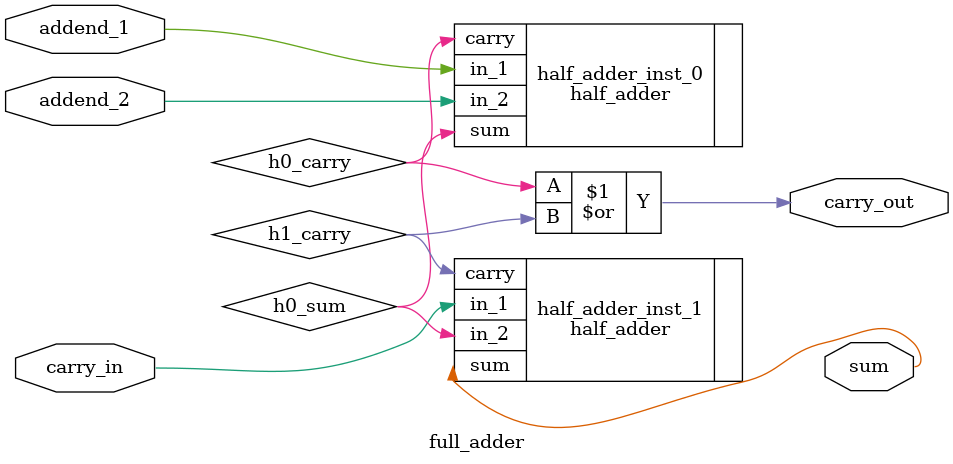
<source format=v>
module full_adder
(
  input   wire      addend_1,//加数1
  input   wire      addend_2,//加数2
  input   wire      carry_in,//输入的进位信号
  
  //使用always赋值的一律是reg类型
  //使用assign赋值的一律是wire类型
  output  wire      sum,//和
  output  wire      carry_out//输出的进位信号
);

wire  h0_sum;
wire  h0_carry;
wire  h1_carry;

half_adder half_adder_inst_0//利用半加器模块实例化一个半加器
(
  //左边是被调用模块的信号，括号内的是本模块中的信号，将两者进行连接
  .in_1   (addend_1),
  .in_2   (addend_2),
  
  .sum    (h0_sum),
  .carry  (h0_carry)
);

half_adder half_adder_inst_1//利用半加器模块实例化一个半加器
(
  //左边是被调用模块的信号，括号内的是本模块中的信号，将两者进行连接
  .in_1   (carry_in),
  .in_2   (h0_sum),
  
  .sum    (sum),
  .carry  (h1_carry)
);

assign carry_out = (h0_carry | h1_carry);

endmodule
</source>
